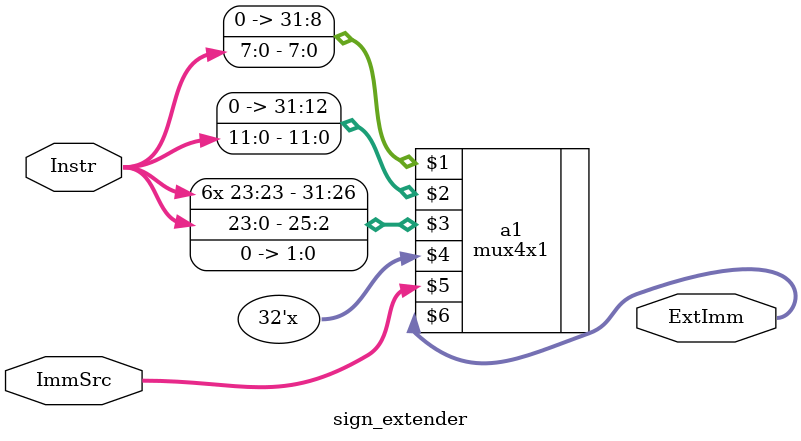
<source format=v>
`timescale 1ns / 1ps

module sign_extender(Instr, ImmSrc, ExtImm);

    input [23:0] Instr;
    input [1:0] ImmSrc;
    output wire [31:0] ExtImm;

    mux4x1 #(32) a1({24'b0, Instr[7:0]},  // Data processing instruction.
                    {20'b0, Instr[11:0]},  // Memory instruction.
                    {{6{Instr[23]}}, Instr, 2'b0},  // Branch instruction.
                    32'bx,  // Undefined.
                    ImmSrc,
                    ExtImm);

endmodule


</source>
